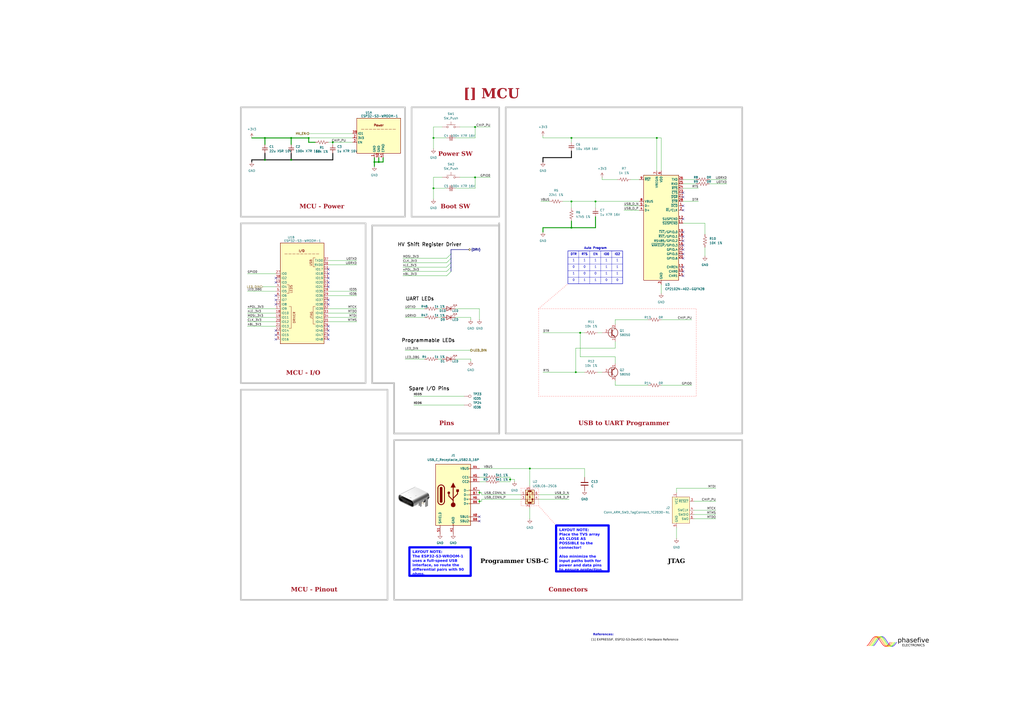
<source format=kicad_sch>
(kicad_sch (version 20231120) (generator "eeschema") (generator_version "8.0")
  (paper "A2")
  (title_block (title "MCU") (date "2025-02-15") (rev "${REVISION}") (company "${COMPANY}"))
  (bus_alias "DRV" (members "MOSI_3V3" "CLK_3V3" "nLE_3V3" "nPOL_3V3" "nBL_3V3"))
  (bus_alias "JTAG" (members "MOSI_3V3" "CLK_3V3" "nLE_3V3" "nPOL_3V3" "nBL_3V3"))
  (junction (at 251.46 109.22))
  (junction (at 153.67 80.01))
  (junction (at 331.47 80.01))
  (junction (at 251.46 80.01))
  (junction (at 331.47 132.08))
  (junction (at 278.13 290.83))
  (junction (at 345.44 116.84))
  (junction (at 219.71 93.98))
  (junction (at 295.91 278.13))
  (junction (at 336.55 193.04))
  (junction (at 168.91 92.71))
  (junction (at 275.59 102.87))
  (junction (at 334.01 215.9))
  (junction (at 275.59 73.66))
  (junction (at 278.13 285.75))
  (junction (at 168.91 80.01))
  (junction (at 331.47 116.84))
  (junction (at 193.04 82.55))
  (junction (at 153.67 92.71))
  (junction (at 307.34 271.78))
  (junction (at 217.17 93.98))
  (junction (at 179.07 80.01))
  (junction (at 381 80.01))
  (no_connect (at 160.02 171.45))
  (no_connect (at 396.24 147.32))
  (no_connect (at 396.24 111.76))
  (no_connect (at 278.13 302.26))
  (no_connect (at 190.5 161.29))
  (no_connect (at 160.02 196.85))
  (no_connect (at 396.24 127))
  (no_connect (at 396.24 119.38))
  (no_connect (at 160.02 191.77))
  (no_connect (at 160.02 161.29))
  (no_connect (at 278.13 299.72))
  (no_connect (at 160.02 163.83))
  (no_connect (at 396.24 149.86))
  (no_connect (at 190.5 189.23))
  (no_connect (at 190.5 176.53))
  (no_connect (at 396.24 139.7))
  (no_connect (at 190.5 196.85))
  (no_connect (at 190.5 158.75))
  (no_connect (at 190.5 156.21))
  (no_connect (at 396.24 137.16))
  (no_connect (at 160.02 173.99))
  (no_connect (at 160.02 176.53))
  (no_connect (at 396.24 134.62))
  (no_connect (at 396.24 160.02))
  (no_connect (at 190.5 163.83))
  (no_connect (at 396.24 142.24))
  (no_connect (at 396.24 154.94))
  (no_connect (at 190.5 191.77))
  (no_connect (at 190.5 194.31))
  (no_connect (at 160.02 194.31))
  (no_connect (at 396.24 114.3))
  (no_connect (at 396.24 121.92))
  (no_connect (at 396.24 144.78))
  (no_connect (at 190.5 173.99))
  (no_connect (at 190.5 166.37))
  (no_connect (at 396.24 157.48))
  (bus_entry (at 261.62 157.48) (size -2.54 2.54))
  (bus_entry (at 261.62 152.4) (size -2.54 2.54))
  (bus_entry (at 261.62 154.94) (size -2.54 2.54))
  (bus_entry (at 261.62 147.32) (size -2.54 2.54))
  (bus_entry (at 261.62 149.86) (size -2.54 2.54))
  (wire (pts (xy 193.04 88.9) (xy 193.04 92.71)) (stroke (width 0.508) (color 0 0 0 1)))
  (wire (pts (xy 356.87 198.12) (xy 356.87 201.93)))
  (polyline (pts (xy 215.9 130.81) (xy 215.9 222.25)) (stroke (width 1.016) (color 194 194 194 1)))
  (wire (pts (xy 331.47 80.01) (xy 331.47 82.55)))
  (wire (pts (xy 314.96 132.08) (xy 331.47 132.08)) (stroke (width 0.508)))
  (wire (pts (xy 331.47 80.01) (xy 381 80.01)))
  (wire (pts (xy 266.7 73.66) (xy 275.59 73.66)))
  (wire (pts (xy 179.07 82.55) (xy 182.88 82.55)) (stroke (width 0.508)))
  (wire (pts (xy 190.5 153.67) (xy 207.01 153.67)))
  (wire (pts (xy 346.71 215.9) (xy 349.25 215.9)))
  (wire (pts (xy 273.05 185.42) (xy 273.05 184.15)))
  (wire (pts (xy 295.91 276.86) (xy 295.91 278.13)))
  (wire (pts (xy 314.96 80.01) (xy 331.47 80.01)))
  (wire (pts (xy 408.94 129.54) (xy 408.94 135.89)))
  (wire (pts (xy 193.04 82.55) (xy 204.47 82.55)))
  (wire (pts (xy 408.94 143.51) (xy 408.94 148.59)))
  (wire (pts (xy 234.95 184.15) (xy 246.38 184.15)))
  (wire (pts (xy 396.24 104.14) (xy 403.86 104.14)))
  (wire (pts (xy 273.05 209.55) (xy 273.05 208.28)))
  (wire (pts (xy 356.87 185.42) (xy 375.92 185.42)))
  (wire (pts (xy 396.24 109.22) (xy 405.13 109.22)))
  (wire (pts (xy 240.03 234.95) (xy 269.24 234.95)))
  (wire (pts (xy 336.55 193.04) (xy 336.55 207.01)))
  (wire (pts (xy 345.44 116.84) (xy 345.44 120.65)))
  (wire (pts (xy 246.38 208.28) (xy 234.95 208.28)))
  (wire (pts (xy 383.54 80.01) (xy 383.54 99.06)))
  (wire (pts (xy 278.13 285.75) (xy 278.13 287.02)))
  (wire (pts (xy 259.08 80.01) (xy 251.46 80.01)))
  (wire (pts (xy 331.47 116.84) (xy 331.47 120.65)))
  (wire (pts (xy 219.71 93.98) (xy 222.25 93.98)) (stroke (width 0.508)))
  (bus (pts (xy 261.62 144.78) (xy 271.78 144.78)))
  (wire (pts (xy 234.95 179.07) (xy 246.38 179.07)))
  (wire (pts (xy 190.5 82.55) (xy 193.04 82.55)))
  (wire (pts (xy 345.44 132.08) (xy 345.44 125.73)) (stroke (width 0.508)))
  (wire (pts (xy 411.48 106.68) (xy 421.64 106.68)))
  (wire (pts (xy 396.24 116.84) (xy 405.13 116.84)))
  (wire (pts (xy 331.47 91.44) (xy 331.47 87.63)) (stroke (width 0.508) (color 0 0 0 1)))
  (polyline (pts (xy 342.138 145.542) (xy 342.138 164.592)))
  (wire (pts (xy 314.96 193.04) (xy 336.55 193.04)))
  (wire (pts (xy 254 184.15) (xy 256.54 184.15)))
  (wire (pts (xy 314.96 91.44) (xy 331.47 91.44)) (stroke (width 0.508) (color 0 0 0 1)))
  (wire (pts (xy 278.13 289.56) (xy 278.13 290.83)))
  (wire (pts (xy 264.16 80.01) (xy 275.59 80.01)))
  (wire (pts (xy 279.4 289.56) (xy 279.4 290.83)))
  (wire (pts (xy 168.91 92.71) (xy 193.04 92.71)) (stroke (width 0.508) (color 0 0 0 1)))
  (bus (pts (xy 261.62 144.78) (xy 261.62 147.32)))
  (bus (pts (xy 261.62 154.94) (xy 261.62 157.48)))
  (wire (pts (xy 314.96 78.74) (xy 314.96 80.01)))
  (wire (pts (xy 251.46 80.01) (xy 251.46 86.36)))
  (wire (pts (xy 349.25 102.87) (xy 349.25 104.14)))
  (wire (pts (xy 336.55 193.04) (xy 339.09 193.04)))
  (wire (pts (xy 279.4 287.02) (xy 279.4 285.75)))
  (wire (pts (xy 279.4 289.56) (xy 302.26 289.56)))
  (wire (pts (xy 254 179.07) (xy 256.54 179.07)))
  (wire (pts (xy 289.56 276.86) (xy 295.91 276.86)))
  (wire (pts (xy 331.47 116.84) (xy 345.44 116.84)))
  (wire (pts (xy 143.51 186.69) (xy 160.02 186.69)))
  (wire (pts (xy 312.42 289.56) (xy 330.2 289.56)))
  (wire (pts (xy 179.07 80.01) (xy 204.47 80.01)))
  (wire (pts (xy 307.34 271.78) (xy 307.34 281.94)))
  (wire (pts (xy 222.25 93.98) (xy 222.25 91.44)) (stroke (width 0.508)))
  (wire (pts (xy 259.08 109.22) (xy 251.46 109.22)))
  (wire (pts (xy 396.24 106.68) (xy 403.86 106.68)))
  (wire (pts (xy 383.54 165.1) (xy 383.54 170.18)))
  (wire (pts (xy 234.95 203.2) (xy 273.05 203.2)))
  (wire (pts (xy 273.05 208.28) (xy 264.16 208.28)))
  (polyline (pts (xy 329.438 153.162) (xy 361.188 153.162)))
  (wire (pts (xy 307.34 294.64) (xy 307.34 300.99)))
  (wire (pts (xy 143.51 179.07) (xy 160.02 179.07)))
  (wire (pts (xy 233.68 152.4) (xy 259.08 152.4)))
  (wire (pts (xy 278.13 285.75) (xy 279.4 285.75)))
  (wire (pts (xy 356.87 207.01) (xy 356.87 210.82)))
  (wire (pts (xy 233.68 160.02) (xy 259.08 160.02)))
  (wire (pts (xy 279.4 287.02) (xy 302.26 287.02)))
  (polyline (pts (xy 329.438 149.352) (xy 361.188 149.352)))
  (wire (pts (xy 356.87 187.96) (xy 356.87 185.42)))
  (wire (pts (xy 190.5 186.69) (xy 207.01 186.69)))
  (polyline (pts (xy 348.488 145.542) (xy 348.488 164.592)))
  (polyline (pts (xy 329.438 160.782) (xy 361.188 160.782)))
  (wire (pts (xy 392.43 306.07) (xy 392.43 312.42)))
  (wire (pts (xy 168.91 80.01) (xy 179.07 80.01)) (stroke (width 0.508)))
  (wire (pts (xy 143.51 184.15) (xy 160.02 184.15)))
  (wire (pts (xy 346.71 193.04) (xy 349.25 193.04)))
  (wire (pts (xy 278.13 185.42) (xy 278.13 179.07)))
  (wire (pts (xy 402.59 298.45) (xy 415.29 298.45)))
  (polyline (pts (xy 228.6 222.25) (xy 228.6 251.46)) (stroke (width 1.016) (color 194 194 194 1)))
  (wire (pts (xy 275.59 73.66) (xy 284.48 73.66)))
  (wire (pts (xy 345.44 116.84) (xy 370.84 116.84)))
  (wire (pts (xy 314.96 91.44) (xy 314.96 93.98)) (stroke (width 0.508) (color 0 0 0 1)))
  (wire (pts (xy 381 80.01) (xy 383.54 80.01)))
  (wire (pts (xy 190.5 171.45) (xy 207.01 171.45)))
  (wire (pts (xy 402.59 300.99) (xy 415.29 300.99)))
  (wire (pts (xy 334.01 215.9) (xy 339.09 215.9)))
  (wire (pts (xy 278.13 276.86) (xy 281.94 276.86)))
  (wire (pts (xy 143.51 158.75) (xy 160.02 158.75)))
  (wire (pts (xy 336.55 207.01) (xy 356.87 207.01)))
  (wire (pts (xy 190.5 151.13) (xy 207.01 151.13)))
  (wire (pts (xy 298.45 278.13) (xy 298.45 279.4)))
  (polyline (pts (xy 215.9 222.25) (xy 228.6 222.25)) (stroke (width 1.016) (color 194 194 194 1)))
  (wire (pts (xy 402.59 290.83) (xy 415.29 290.83)))
  (wire (pts (xy 168.91 88.9) (xy 168.91 92.71)) (stroke (width 0.508) (color 0 0 0 1)))
  (wire (pts (xy 217.17 93.98) (xy 217.17 96.52)) (stroke (width 0.508)))
  (wire (pts (xy 273.05 184.15) (xy 264.16 184.15)))
  (wire (pts (xy 251.46 80.01) (xy 251.46 73.66)))
  (wire (pts (xy 168.91 80.01) (xy 153.67 80.01)) (stroke (width 0.508)))
  (wire (pts (xy 312.42 287.02) (xy 330.2 287.02)))
  (wire (pts (xy 361.95 121.92) (xy 370.84 121.92)))
  (wire (pts (xy 152.4 166.37) (xy 160.02 166.37)))
  (wire (pts (xy 146.05 92.71) (xy 153.67 92.71)) (stroke (width 0.508) (color 0 0 0 1)))
  (wire (pts (xy 383.54 185.42) (xy 401.32 185.42)))
  (polyline (pts (xy 354.838 145.542) (xy 354.838 164.592)))
  (wire (pts (xy 365.76 104.14) (xy 370.84 104.14)))
  (wire (pts (xy 251.46 102.87) (xy 256.54 102.87)))
  (wire (pts (xy 339.09 271.78) (xy 339.09 276.86)))
  (polyline (pts (xy 289.56 130.81) (xy 215.9 130.81)) (stroke (width 1.016) (color 194 194 194 1)))
  (bus (pts (xy 261.62 149.86) (xy 261.62 147.32)))
  (wire (pts (xy 289.56 279.4) (xy 295.91 279.4)))
  (wire (pts (xy 396.24 129.54) (xy 408.94 129.54)))
  (wire (pts (xy 278.13 284.48) (xy 278.13 285.75)))
  (wire (pts (xy 402.59 295.91) (xy 415.29 295.91)))
  (wire (pts (xy 251.46 73.66) (xy 256.54 73.66)))
  (wire (pts (xy 411.48 104.14) (xy 421.64 104.14)))
  (wire (pts (xy 146.05 80.01) (xy 153.67 80.01)) (stroke (width 0.508)))
  (wire (pts (xy 233.68 154.94) (xy 259.08 154.94)))
  (wire (pts (xy 278.13 279.4) (xy 281.94 279.4)))
  (wire (pts (xy 356.87 201.93) (xy 334.01 201.93)))
  (wire (pts (xy 251.46 109.22) (xy 251.46 115.57)))
  (wire (pts (xy 349.25 104.14) (xy 358.14 104.14)))
  (wire (pts (xy 190.5 181.61) (xy 207.01 181.61)))
  (wire (pts (xy 361.95 119.38) (xy 370.84 119.38)))
  (wire (pts (xy 356.87 223.52) (xy 375.92 223.52)))
  (wire (pts (xy 307.34 271.78) (xy 339.09 271.78)))
  (polyline (pts (xy 289.56 129.54) (xy 289.56 251.46)) (stroke (width 1.016) (color 194 194 194 1)))
  (wire (pts (xy 168.91 83.82) (xy 168.91 80.01)) (stroke (width 0.508)))
  (wire (pts (xy 193.04 83.82) (xy 193.04 82.55)))
  (wire (pts (xy 254 208.28) (xy 256.54 208.28)))
  (wire (pts (xy 314.96 215.9) (xy 334.01 215.9)))
  (wire (pts (xy 143.51 189.23) (xy 160.02 189.23)))
  (wire (pts (xy 266.7 102.87) (xy 275.59 102.87)))
  (wire (pts (xy 314.96 132.08) (xy 314.96 134.62)) (stroke (width 0.508)))
  (wire (pts (xy 190.5 168.91) (xy 207.01 168.91)))
  (polyline (pts (xy 289.56 129.54) (xy 289.56 251.46)) (stroke (width 1.016) (color 194 194 194 1)))
  (wire (pts (xy 278.13 290.83) (xy 279.4 290.83)))
  (wire (pts (xy 275.59 102.87) (xy 284.48 102.87)))
  (wire (pts (xy 381 80.01) (xy 381 99.06)))
  (bus (pts (xy 261.62 152.4) (xy 261.62 154.94)))
  (wire (pts (xy 334.01 201.93) (xy 334.01 215.9)))
  (polyline (pts (xy 329.438 156.972) (xy 361.188 156.972)))
  (wire (pts (xy 143.51 168.91) (xy 160.02 168.91)))
  (wire (pts (xy 240.03 229.87) (xy 269.24 229.87)))
  (wire (pts (xy 295.91 278.13) (xy 295.91 279.4)))
  (wire (pts (xy 143.51 181.61) (xy 160.02 181.61)))
  (wire (pts (xy 295.91 278.13) (xy 298.45 278.13)))
  (wire (pts (xy 219.71 91.44) (xy 219.71 93.98)) (stroke (width 0.508)))
  (wire (pts (xy 275.59 109.22) (xy 275.59 102.87)))
  (wire (pts (xy 264.16 109.22) (xy 275.59 109.22)))
  (wire (pts (xy 275.59 80.01) (xy 275.59 73.66)))
  (wire (pts (xy 392.43 283.21) (xy 415.29 283.21)))
  (wire (pts (xy 233.68 157.48) (xy 259.08 157.48)))
  (wire (pts (xy 153.67 80.01) (xy 153.67 83.82)) (stroke (width 0.508)))
  (wire (pts (xy 331.47 128.27) (xy 331.47 132.08)) (stroke (width 0.508)))
  (wire (pts (xy 233.68 149.86) (xy 259.08 149.86)))
  (wire (pts (xy 179.07 77.47) (xy 204.47 77.47)))
  (wire (pts (xy 190.5 179.07) (xy 207.01 179.07)))
  (wire (pts (xy 356.87 223.52) (xy 356.87 220.98)))
  (wire (pts (xy 179.07 82.55) (xy 179.07 80.01)) (stroke (width 0.508)))
  (polyline (pts (xy 312.42 293.37) (xy 322.58 304.8)) (stroke (width 0.254) (type dot) (color 255 0 0 1)))
  (wire (pts (xy 278.13 290.83) (xy 278.13 292.1)))
  (wire (pts (xy 153.67 92.71) (xy 168.91 92.71)) (stroke (width 0.508) (color 0 0 0 1)))
  (polyline (pts (xy 335.788 145.542) (xy 335.788 164.592)))
  (wire (pts (xy 318.77 116.84) (xy 313.69 116.84)))
  (wire (pts (xy 331.47 132.08) (xy 345.44 132.08)) (stroke (width 0.508)))
  (wire (pts (xy 278.13 179.07) (xy 264.16 179.07)))
  (wire (pts (xy 392.43 283.21) (xy 392.43 285.75)))
  (wire (pts (xy 190.5 184.15) (xy 207.01 184.15)))
  (wire (pts (xy 326.39 116.84) (xy 331.47 116.84)))
  (wire (pts (xy 251.46 109.22) (xy 251.46 102.87)))
  (wire (pts (xy 217.17 93.98) (xy 219.71 93.98)) (stroke (width 0.508)))
  (bus (pts (xy 261.62 149.86) (xy 261.62 152.4)))
  (wire (pts (xy 146.05 92.71) (xy 146.05 93.98)) (stroke (width 0.508) (color 0 0 0 1)))
  (wire (pts (xy 153.67 88.9) (xy 153.67 92.71)) (stroke (width 0.508) (color 0 0 0 1)))
  (polyline (pts (xy 328.93 165.1) (xy 312.42 179.07)) (stroke (width 0.254) (type dot) (color 255 0 0 1)))
  (wire (pts (xy 383.54 223.52) (xy 401.32 223.52)))
  (wire (pts (xy 278.13 271.78) (xy 307.34 271.78)))
  (wire (pts (xy 217.17 91.44) (xy 217.17 93.98)) (stroke (width 0.508)))
  (polyline (pts (xy 228.6 251.46) (xy 289.56 251.46)) (stroke (width 1.016) (color 194 194 194 1)))
  (rectangle (start 228.6 255.27) (end 430.53 347.98) (stroke (width 1.016) (color 200 200 200 1)))
  (rectangle (start 238.76 62.23) (end 289.56 125.73) (stroke (width 1.016) (color 200 200 200 1)))
  (rectangle (start 302.26 283.21) (end 312.42 293.37) (stroke (width 0.254) (type dot) (color 255 0 0 1)))
  (rectangle (start 139.7 62.23) (end 234.95 125.73) (stroke (width 1.016) (color 200 200 200 1)))
  (rectangle (start 139.7 129.54) (end 212.09 222.25) (stroke (width 1.016) (color 200 200 200 1)))
  (rectangle (start 312.42 179.07) (end 403.86 229.87) (stroke (width 0.254) (type dot) (color 255 0 0 1)))
  (rectangle (start 139.7 226.06) (end 224.79 347.98) (stroke (width 1.016) (color 200 200 200 1)))
  (rectangle (start 329.438 145.542) (end 361.188 164.592) (stroke (width 0.254)))
  (rectangle (start 293.37 62.23) (end 430.53 251.46) (stroke (width 1.016) (color 200 200 200 1)))
  (image (at 240.03 288.29) (scale 0.0299035))
  (image (at 519.43 372.11) (scale 0.0525922))
  (text_box "USB to UART Programmer" (at 293.37 241.3 0) (size 137.16 7.62) (stroke (width -0.0001)) (effects (font (size 2.54 2.54) (thickness 0.508) (bold yes)) (justify bottom)))
  (text_box "LAYOUT NOTE:\nThe ESP32-S3-WROOM-1 uses a full-speed USB interface, so route the differential pairs with 90 ohms.\n" (at 237.49 317.5 0) (size 35.56 16.51) (stroke (width 1.27) (color 0 0 255 1)) (effects (font (size 1.524 1.524) (thickness 0.4) (bold yes)) (justify left top)))
  (text_box "MCU - I/O" (at 139.7 212.09 0) (size 72.39 7.62) (stroke (width -0.0001)) (effects (font (size 2.54 2.54) (thickness 0.508) (bold yes)) (justify bottom)))
  (text_box "LAYOUT NOTE:\nPlace the TVS array AS CLOSE AS POSSIBLE to the connector! \n\nAlso minimize the input paths both for power and data pins to ensure protection." (at 322.58 304.8 0) (size 30.48 26.67) (stroke (width 1.27) (color 0 0 255 1)) (effects (font (size 1.524 1.524) (thickness 0.4) (bold yes)) (justify left top)))
  (text_box "[${#}] ${TITLE}" (at 139.7 50.8 0) (size 290.83 11.43) (stroke (width -0.0001)) (effects (font (size 5.715 5.715) (thickness 0.508) (bold yes)) (justify bottom)))
  (text_box "Boot SW\n" (at 238.76 115.57 0) (size 50.8 7.62) (stroke (width -0.0001)) (effects (font (size 2.54 2.54) (thickness 0.508) (bold yes)) (justify bottom)))
  (text_box "Pins" (at 228.6 241.3 0) (size 60.96 7.62) (stroke (width -0.0001)) (effects (font (size 2.54 2.54) (thickness 0.508) (bold yes)) (justify bottom)))
  (text_box "Power SW" (at 238.76 85.09 0) (size 50.8 7.62) (stroke (width -0.0001)) (effects (font (size 2.54 2.54) (thickness 0.508) (bold yes)) (justify bottom)))
  (text_box "MCU - Power" (at 139.7 115.57 0) (size 93.98 7.62) (stroke (width -0.0001)) (effects (font (size 2.54 2.54) (thickness 0.508) (bold yes)) (justify bottom)))
  (text_box "MCU - Pinout" (at 139.7 337.82 0) (size 85.09 7.62) (stroke (width -0.0001)) (effects (font (size 2.54 2.54) (thickness 0.508) (bold yes)) (justify bottom)))
  (text_box "Programmer USB-C " (at 236.22 321.31 0) (size 124.46 7.62) (stroke (width -0.0001)) (effects (font (size 2.54 2.54) (thickness 0.508) (bold yes)) (justify bottom)))
  (text_box "Connectors" (at 228.6 337.82 0) (size 201.93 7.62) (stroke (width -0.0001)) (effects (font (size 2.54 2.54) (thickness 0.508) (bold yes)) (justify bottom)))
  (text_box "JTAG" (at 370.84 321.31 0) (size 43.18 7.62) (stroke (width -0.0001)) (effects (font (size 2.54 2.54) (thickness 0.508) (bold yes)) (justify bottom)))
  (text "UART LEDs" (at 243.586 173.482 0) (effects (font (size 2.032 2.032) (thickness 0.3048) (bold yes))))
  (text "1" (at 332.74 151.13 0) (effects (font (size 1.27 1.27))))
  (text "1" (at 339.09 162.56 0) (effects (font (size 1.27 1.27))))
  (text "RTS" (at 339.09 147.574 0) (effects (font (size 1.27 1.27) (thickness 0.254) (bold yes))))
  (text "References:" (at 350.012 368.554 0) (effects (font (size 1.27 1.27) (thickness 0.254) (bold yes))))
  (text "1" (at 358.14 151.13 0) (effects (font (size 1.27 1.27))))
  (text "1" (at 351.79 151.13 0) (effects (font (size 1.27 1.27))))
  (text "[1] EXPRESSIF, ESP32-S3-DevKitC-1 Hardware Reference" (at 368.3 371.602 0) (effects (font (size 1.27 1.27))))
  (text "1" (at 351.79 158.75 0) (effects (font (size 1.27 1.27))))
  (text "0" (at 332.74 162.56 0) (effects (font (size 1.27 1.27))))
  (text "0" (at 345.44 158.75 0) (effects (font (size 1.27 1.27))))
  (text "1" (at 358.14 154.94 0) (effects (font (size 1.27 1.27))))
  (text "IO0" (at 351.79 147.574 0) (effects (font (size 1.27 1.27) (thickness 0.254) (bold yes))))
  (text "1" (at 332.74 158.75 0) (effects (font (size 1.27 1.27))))
  (text "0" (at 358.14 162.56 0) (effects (font (size 1.27 1.27))))
  (text "1" (at 345.44 154.94 0) (effects (font (size 1.27 1.27))))
  (text "Auto Program" (at 345.44 144.018 0) (effects (font (size 1.27 1.27) (thickness 0.254) (bold yes))))
  (text "0" (at 339.09 154.94 0) (effects (font (size 1.27 1.27))))
  (text "1" (at 351.79 154.94 0) (effects (font (size 1.27 1.27))))
  (text "HV Shift Register Driver" (at 249.174 141.986 0) (effects (font (size 2.032 2.032) (thickness 0.3048) (bold yes))))
  (text "DTR" (at 332.74 147.574 0) (effects (font (size 1.27 1.27) (thickness 0.254) (bold yes))))
  (text "1" (at 345.44 151.13 0) (effects (font (size 1.27 1.27))))
  (text "1" (at 358.14 158.75 0) (effects (font (size 1.27 1.27))))
  (text "Spare I/O Pins" (at 248.92 225.552 0) (effects (font (size 2.032 2.032) (thickness 0.3048) (bold yes))))
  (text "1" (at 345.44 162.56 0) (effects (font (size 1.27 1.27))))
  (text "0" (at 351.79 162.56 0) (effects (font (size 1.27 1.27))))
  (text "Programmable LEDs" (at 248.412 197.612 0) (effects (font (size 2.032 2.032) (thickness 0.3048) (bold yes))))
  (text "IO2\n" (at 358.14 147.574 0) (effects (font (size 1.27 1.27) (thickness 0.254) (bold yes))))
  (text "EN" (at 345.44 147.574 0) (effects (font (size 1.27 1.27) (thickness 0.254) (bold yes))))
  (text "0" (at 332.74 154.94 0) (effects (font (size 1.27 1.27))))
  (text "1" (at 339.09 151.13 0) (effects (font (size 1.27 1.27))))
  (text "0" (at 339.09 158.75 0) (effects (font (size 1.27 1.27))))
  (label "IO35" (at 207.01 168.91 180))
  (label "USB_CONN_N" (at 293.37 287.02 180))
  (label "MOSI_3V3" (at 233.68 149.86 0))
  (label "IO36" (at 240.03 234.95 0) (effects (font (thickness 0.254) (bold yes))))
  (label "MTCK" (at 415.29 295.91 180))
  (label "IO35" (at 240.03 229.87 0) (effects (font (thickness 0.254) (bold yes))))
  (label "nLE_3V3" (at 143.51 181.61 0))
  (label "nPOL_3V3" (at 143.51 179.07 0))
  (label "nLE_3V3" (at 233.68 154.94 0))
  (label "USB_D_N" (at 330.2 287.02 180))
  (label "LED_DBG" (at 143.51 168.91 0))
  (label "MTMS" (at 415.29 298.45 180))
  (label "U0RXD" (at 234.95 184.15 0))
  (label "MTMS" (at 207.01 186.69 180))
  (label "MTDI" (at 415.29 283.21 180))
  (label "nBL_3V3" (at 143.51 189.23 0))
  (label "U0TXD" (at 421.64 106.68 180))
  (label "U0RXD" (at 421.64 104.14 180))
  (label "U0TXD" (at 234.95 179.07 0))
  (label "CHIP_PU" (at 200.66 82.55 180))
  (label "nBL_3V3" (at 233.68 160.02 0))
  (label "LED_DIN" (at 234.95 203.2 0))
  (label "CHIP_PU" (at 401.32 185.42 180))
  (label "LED_DBG" (at 234.95 208.28 0))
  (label "nPOL_3V3" (at 233.68 157.48 0))
  (label "RTS" (at 405.13 109.22 180))
  (label "USB_D_N" (at 361.95 119.38 0))
  (label "DTR" (at 405.13 116.84 180))
  (label "VBUS" (at 313.69 116.84 0))
  (label "CHIP_PU" (at 284.48 73.66 180))
  (label "CLK_3V3" (at 143.51 186.69 0))
  (label "MTDO" (at 415.29 300.99 180))
  (label "DTR" (at 314.96 193.04 0))
  (label "VBUS" (at 280.67 271.78 0))
  (label "RTS" (at 314.96 215.9 0))
  (label "USB_D_P" (at 361.95 121.92 0))
  (label "U0TXD" (at 207.01 151.13 180))
  (label "U0RXD" (at 207.01 153.67 180))
  (label "MTDI" (at 207.01 184.15 180))
  (label "CLK_3V3" (at 233.68 152.4 0))
  (label "GPIO0" (at 401.32 223.52 180))
  (label "CHIP_PU" (at 415.29 290.83 180))
  (label "USB_D_P" (at 330.2 289.56 180))
  (label "MTDO" (at 207.01 181.61 180))
  (label "MOSI_3V3" (at 143.51 184.15 0))
  (label "GPIO0" (at 143.51 158.75 0))
  (label "GPIO0" (at 284.48 102.87 180))
  (label "MTCK" (at 207.01 179.07 180))
  (label "USB_CONN_P" (at 293.37 289.56 180))
  (label "IO36" (at 207.01 171.45 180))
  (hierarchical_label "LED_DIN" (shape input) (at 152.4 166.37 180))
  (hierarchical_label "{DRV}" (shape bidirectional) (at 271.78 144.78 0) (effects (font (thickness 0.254) (bold yes))))
  (hierarchical_label "LED_DIN" (shape output) (at 273.05 203.2 0) (effects (font (thickness 0.254) (bold yes))))
  (hierarchical_label "HV_EN" (shape output) (at 179.07 77.47 180) (effects (font (thickness 0.254) (bold yes))))
  (symbol (lib_id "power:GND") (at 339.09 284.48 0) (unit 1)
    (property "Reference" "#PWR31" (effects (hide yes)))
    (property "Value" "GND" (at 339.09 289.56 0))
    (property "Description" "Power symbol creates a global label with name \"GND\" , ground" (effects (hide yes)))
  )
  (symbol (lib_id "Device:R_US") (at 407.67 106.68 90) (unit 1)
    (property "Reference" "R9" (at 403.606 105.41 90))
    (property "Value" "0R" (at 411.226 105.41 90))
    (property "Footprint" "Resistor_SMD:R_0402_1005Metric_Pad0.72x0.64mm_HandSolder" (effects (hide yes)))
    (property "Datasheet" "https://www.yageo.com/upload/media/product/products/datasheet/rchip/PYu-RC_Group_51_RoHS_L_12.pdf" (effects (hide yes)))
    (property "Description" "RES 0 OHM JUMPER 1/16W 0402" (effects (hide yes)))
    (property "Part No." "RC0402JR-070RL" (effects (hide yes)))
    (instances (project "" (path "" (reference "R9") (unit 1))) (project "Nixie_Clock_V1" (path "" (reference "R?") (unit 1))))
  )
  (symbol (lib_id "Device:C_Small") (at 168.91 86.36 0) (unit 1)
    (property "Reference" "C2" (at 171.45 85.0963 0) (effects (justify left)))
    (property "Value" "100n X7R 16V" (at 171.45 87.6363 0) (effects (justify left)))
    (property "Footprint" "Capacitor_SMD:C_0805_2012Metric_Pad1.18x1.45mm_HandSolder" (effects (hide yes)))
    (property "Datasheet" "https://www.yageo.com/upload/media/product/productsearch/datasheet/mlcc/UPY-GPHC_X7R_6.3V-to-250V_24.pdf" (effects (hide yes)))
    (property "Description" "CAP CER 0.1UF 16V X7R 0805" (effects (hide yes)))
    (property "Part No." "CC0805KRX7R7BB104" (effects (hide yes)))
    (instances (project "" (path "" (reference "C2") (unit 1))) (project "Nixie_Clock_V1" (path "" (reference "C?") (unit 1))))
  )
  (symbol (lib_id "Device:C_Small") (at 261.62 109.22 90) (unit 1)
    (property "Reference" "C5" (at 258.826 107.95 90))
    (property "Value" "100n X7R 16V" (at 268.478 107.95 90))
    (property "Footprint" "Capacitor_SMD:C_0805_2012Metric_Pad1.18x1.45mm_HandSolder" (effects (hide yes)))
    (property "Datasheet" "https://www.yageo.com/upload/media/product/productsearch/datasheet/mlcc/UPY-GPHC_X7R_6.3V-to-250V_24.pdf" (effects (hide yes)))
    (property "Description" "CAP CER 0.1UF 16V X7R 0805" (effects (hide yes)))
    (property "Part No." "CC0805KRX7R7BB104" (effects (hide yes)))
    (instances (project "" (path "" (reference "C5") (unit 1))) (project "Nixie_Clock_V1" (path "" (reference "C?") (unit 1))))
  )
  (symbol (lib_id "power:GND") (at 262.89 309.88 0) (unit 1)
    (property "Reference" "#PWR8" (effects (hide yes)))
    (property "Value" "GND" (at 262.89 314.96 0))
    (property "Description" "Power symbol creates a global label with name \"GND\" , ground" (effects (hide yes)))
    (instances (project "" (path "" (reference "#PWR8") (unit 1))) (project "Nixie_Clock_V1" (path "" (reference "#PWR?") (unit 1))))
  )
  (symbol (lib_id "Connector:TestPoint") (at 269.24 229.87 270) (unit 1)
    (property "Reference" "TP23" (at 274.32 228.6 90) (effects (font (thickness 0.254) (bold yes)) (justify left)))
    (property "Value" "IO35" (at 274.32 231.14 90) (effects (font (thickness 0.254) (bold yes)) (justify left)))
    (property "Footprint" "TestPoint:TestPoint_Pad_D1.0mm" (effects (hide yes)))
    (property "Description" "test point" (effects (hide yes)))
  )
  (symbol (lib_id "Device:R_US") (at 331.47 124.46 180) (unit 1)
    (property "Reference" "R6" (at 334.01 123.19 0) (effects (justify right)))
    (property "Value" "47k5 1%" (at 334.01 125.73 0) (effects (justify right)))
    (property "Footprint" "Resistor_SMD:R_0402_1005Metric_Pad0.72x0.64mm_HandSolder" (effects (hide yes)))
    (property "Datasheet" "https://www.yageo.com/upload/media/product/productsearch/datasheet/rchip/PYu-AC_51_RoHS_L_10.pdf" (effects (hide yes)))
    (property "Description" "RES SMD 47.5K OHM 1% 1/16W 0402" (effects (hide yes)))
    (property "Part No." "AC0402FR-0747K5L" (effects (hide yes)))
    (instances (project "" (path "" (reference "R6") (unit 1))) (project "Nixie_Clock_V1" (path "" (reference "R?") (unit 1))))
  )
  (symbol (lib_id "power:GND") (at 255.27 309.88 0) (unit 1)
    (property "Reference" "#PWR7" (effects (hide yes)))
    (property "Value" "GND" (at 255.27 314.96 0))
    (property "Description" "Power symbol creates a global label with name \"GND\" , ground" (effects (hide yes)))
    (instances (project "" (path "" (reference "#PWR7") (unit 1))) (project "Nixie_Clock_V1" (path "" (reference "#PWR?") (unit 1))))
  )
  (symbol (lib_id "Device:C") (at 339.09 280.67 0) (unit 1)
    (property "Reference" "C13" (at 342.9 279.4 0) (effects (justify left)))
    (property "Value" "C" (at 342.9 281.94 0) (effects (justify left)))
    (property "Description" "Unpolarized capacitor" (effects (hide yes)))
  )
  (symbol (lib_id "Device:R_US") (at 342.9 215.9 90) (unit 1)
    (property "Reference" "R12" (at 342.9 209.55 90))
    (property "Value" "10k 1%" (at 342.9 212.09 90))
    (property "Footprint" "Resistor_SMD:R_0402_1005Metric_Pad0.72x0.64mm_HandSolder" (effects (hide yes)))
    (property "Datasheet" "https://www.yageo.com/upload/media/product/productsearch/datasheet/rchip/PYu-AC_51_RoHS_L_10.pdf" (effects (hide yes)))
    (property "Description" "RES SMD 107K OHM 1% 1/16W 0402" (effects (hide yes)))
    (property "Part No." "AC0402FR-07107KL" (effects (hide yes)))
    (instances (project "" (path "" (reference "R12") (unit 1))) (project "Nixie_Clock_V1" (path "" (reference "R?") (unit 1))))
  )
  (symbol (lib_id "Device:R_US") (at 379.73 223.52 90) (unit 1)
    (property "Reference" "R14" (at 375.666 222.25 90))
    (property "Value" "0R" (at 383.286 222.25 90))
    (property "Footprint" "Resistor_SMD:R_0402_1005Metric_Pad0.72x0.64mm_HandSolder" (effects (hide yes)))
    (property "Datasheet" "https://www.yageo.com/upload/media/product/products/datasheet/rchip/PYu-RC_Group_51_RoHS_L_12.pdf" (effects (hide yes)))
    (property "Description" "RES 0 OHM JUMPER 1/16W 0402" (effects (hide yes)))
    (property "Part No." "RC0402JR-070RL" (effects (hide yes)))
    (instances (project "" (path "" (reference "R14") (unit 1))) (project "Nixie_Clock_V1" (path "" (reference "R?") (unit 1))))
  )
  (symbol (lib_id "power:GND") (at 307.34 300.99 0) (unit 1)
    (property "Reference" "#PWR10" (effects (hide yes)))
    (property "Value" "GND" (at 307.34 306.07 0))
    (property "Description" "Power symbol creates a global label with name \"GND\" , ground" (effects (hide yes)))
    (instances (project "" (path "" (reference "#PWR10") (unit 1))) (project "Nixie_Clock_V1" (path "" (reference "#PWR?") (unit 1))))
  )
  (symbol (lib_id "Device:C_Small") (at 331.47 85.09 0) (unit 1)
    (property "Reference" "C6" (at 334.01 83.8263 0) (effects (justify left)))
    (property "Value" "10u X5R 16V" (at 334.01 86.3663 0) (effects (justify left)))
    (property "Footprint" "Capacitor_SMD:C_0805_2012Metric_Pad1.18x1.45mm_HandSolder" (effects (hide yes)))
    (property "Datasheet" "https://search.murata.co.jp/Ceramy/image/img/A01X/G101/ENG/GRM21BR61C106KE15-01.pdf" (effects (hide yes)))
    (property "Description" "CAP CER 10UF 16V X5R 0805" (effects (hide yes)))
    (property "Part No." "GRM21BR61C106KE15K" (effects (hide yes)))
    (instances (project "" (path "" (reference "C6") (unit 1))) (project "" (path "" (reference "C?") (unit 1))))
  )
  (symbol (lib_id "Device:R_US") (at 408.94 139.7 0) (unit 1)
    (property "Reference" "R10" (at 411.48 138.43 0) (effects (justify left)))
    (property "Value" "10K 1%" (at 411.48 140.97 0) (effects (justify left)))
    (property "Footprint" "Resistor_SMD:R_0402_1005Metric_Pad0.72x0.64mm_HandSolder" (effects (hide yes)))
    (property "Datasheet" "https://www.yageo.com/upload/media/product/productsearch/datasheet/rchip/PYu-AC_51_RoHS_L_10.pdf" (effects (hide yes)))
    (property "Description" "RES SMD 107K OHM 1% 1/16W 0402" (effects (hide yes)))
    (property "Part No." "AC0402FR-07107KL" (effects (hide yes)))
    (instances (project "" (path "" (reference "R10") (unit 1))) (project "" (path "" (reference "R?") (unit 1))))
  )
  (symbol (lib_id "power:+3V3") (at 349.25 102.87 0) (unit 1)
    (property "Reference" "#PWR20" (effects (hide yes)))
    (property "Value" "+3V3" (at 349.25 97.79 0))
    (property "Description" "Power symbol creates a global label with name \"+3V3\"" (effects (hide yes)))
    (instances (project "" (path "" (reference "#PWR20") (unit 1))) (project "Nixie_Clock_V1" (path "" (reference "#PWR?") (unit 1))))
  )
  (symbol (lib_id "Switch:SW_Push") (at 261.62 73.66 0) (unit 1)
    (property "Reference" "SW1" (at 261.62 66.04 0))
    (property "Value" "SW_Push" (at 261.62 68.58 0))
    (property "Footprint" "Button_Switch_SMD:SW_SPST_TL3342" (effects (hide yes)))
    (property "Datasheet" "https://cdn-shop.adafruit.com/product-files/4184/C13305-001+datasheet.pdf" (effects (hide yes)))
    (property "Description" "Push button switch, generic, two pins" (effects (hide yes)))
    (instances (project "" (path "" (reference "SW1") (unit 1))) (project "Nixie_Clock_V1" (path "" (reference "SW?") (unit 1))))
  )
  (symbol (lib_id "power:GND") (at 383.54 170.18 0) (unit 1)
    (property "Reference" "#PWR21" (effects (hide yes)))
    (property "Value" "GND" (at 383.54 175.26 0))
    (property "Description" "Power symbol creates a global label with name \"GND\" , ground" (effects (hide yes)))
    (instances (project "" (path "" (reference "#PWR21") (unit 1))) (project "Nixie_Clock_V1" (path "" (reference "#PWR?") (unit 1))))
  )
  (symbol (lib_id "Device:R_US") (at 250.19 208.28 90) (unit 1)
    (property "Reference" "R4" (at 246.126 207.01 90))
    (property "Value" "1k 1%" (at 255.016 207.01 90))
    (property "Footprint" "Resistor_SMD:R_0402_1005Metric_Pad0.72x0.64mm_HandSolder" (effects (hide yes)))
    (property "Datasheet" "https://industrial.panasonic.com/cdbs/www-data/pdf/RDA0000/AOA0000C304.pdf" (effects (hide yes)))
    (property "Description" "RES SMD 1K OHM 1% 1/10W 0402" (effects (hide yes)))
    (property "Part No." "ERJ-2RKF1001X" (effects (hide yes)))
    (instances (project "" (path "" (reference "R4") (unit 1))) (project "Nixie_Clock_V1" (path "" (reference "R?") (unit 1))))
  )
  (symbol (lib_id "power:GND") (at 314.96 134.62 0) (unit 1)
    (property "Reference" "#PWR17" (effects (hide yes)))
    (property "Value" "GND" (at 314.96 139.7 0))
    (property "Description" "Power symbol creates a global label with name \"GND\" , ground" (effects (hide yes)))
    (instances (project "" (path "" (reference "#PWR17") (unit 1))) (project "Nixie_Clock_V1" (path "" (reference "#PWR?") (unit 1))))
  )
  (symbol (lib_id "power:GND") (at 273.05 185.42 0) (unit 1)
    (property "Reference" "#PWR18" (effects (hide yes)))
    (property "Value" "GND" (at 273.05 190.5 0))
    (property "Description" "Power symbol creates a global label with name \"GND\" , ground" (effects (hide yes)))
  )
  (symbol (lib_id "power:GND") (at 146.05 93.98 0) (unit 1)
    (property "Reference" "#PWR6" (effects (hide yes)))
    (property "Value" "GND" (at 146.05 99.06 0))
    (property "Description" "Power symbol creates a global label with name \"GND\" , ground" (effects (hide yes)))
    (instances (project "" (path "" (reference "#PWR6") (unit 1))) (project "Nixie_Clock_V1" (path "" (reference "#PWR?") (unit 1))))
  )
  (symbol (lib_id "power:GND") (at 314.96 93.98 0) (unit 1)
    (property "Reference" "#PWR16" (effects (hide yes)))
    (property "Value" "GND" (at 314.96 99.06 0))
    (property "Description" "Power symbol creates a global label with name \"GND\" , ground" (effects (hide yes)))
    (instances (project "" (path "" (reference "#PWR16") (unit 1))) (project "Nixie_Clock_V1" (path "" (reference "#PWR?") (unit 1))))
  )
  (symbol (lib_id "Device:R_US") (at 379.73 185.42 90) (unit 1)
    (property "Reference" "R13" (at 375.666 184.15 90))
    (property "Value" "0R" (at 383.286 184.15 90))
    (property "Footprint" "Resistor_SMD:R_0402_1005Metric_Pad0.72x0.64mm_HandSolder" (effects (hide yes)))
    (property "Datasheet" "https://www.yageo.com/upload/media/product/products/datasheet/rchip/PYu-RC_Group_51_RoHS_L_12.pdf" (effects (hide yes)))
    (property "Description" "RES 0 OHM JUMPER 1/16W 0402" (effects (hide yes)))
    (property "Part No." "RC0402JR-070RL" (effects (hide yes)))
    (instances (project "" (path "" (reference "R13") (unit 1))) (project "Nixie_Clock_V1" (path "" (reference "R?") (unit 1))))
  )
  (symbol (lib_id "power:+3V3") (at 146.05 80.01 0) (unit 1)
    (property "Reference" "#PWR5" (effects (hide yes)))
    (property "Value" "+3V3" (at 146.05 74.93 0))
    (property "Description" "Power symbol creates a global label with name \"+3V3\"" (effects (hide yes)))
    (instances (project "" (path "" (reference "#PWR5") (unit 1))) (project "" (path "" (reference "#PWR?") (unit 1))))
  )
  (symbol (lib_id "Connector:TestPoint") (at 269.24 234.95 270) (unit 1)
    (property "Reference" "TP24" (at 274.32 233.68 90) (effects (font (thickness 0.254) (bold yes)) (justify left)))
    (property "Value" "IO36" (at 274.32 236.22 90) (effects (font (thickness 0.254) (bold yes)) (justify left)))
    (property "Footprint" "TestPoint:TestPoint_Pad_D1.0mm" (effects (hide yes)))
    (property "Description" "test point" (effects (hide yes)))
  )
  (symbol (lib_id "Device:C_Small") (at 153.67 86.36 0) (unit 1)
    (property "Reference" "C1" (at 156.21 85.0962 0) (effects (justify left)))
    (property "Value" "22u X5R 10V" (at 156.21 87.6362 0) (effects (justify left)))
    (property "Footprint" "Capacitor_SMD:C_0805_2012Metric" (effects (hide yes)))
    (property "Datasheet" "https://weblib.samsungsem.com/mlcc/mlcc-ec-data-sheet.do?partNumber=CL05Y105KP6VPN" (effects (hide yes)))
    (property "Description" "CAP CER 22UF 10V X5R 0805" (effects (hide yes)))
    (property "Part No." "CL21A226MPQNNNE" (effects (hide yes)))
    (instances (project "" (path "" (reference "C1") (unit 1))) (project "Nixie_Clock_V1" (path "" (reference "C?") (unit 1))))
  )
  (symbol (lib_id "Device:R_US") (at 186.69 82.55 90) (unit 1)
    (property "Reference" "R1" (at 186.69 85.598 90))
    (property "Value" "10k 1%" (at 186.69 87.884 90))
    (property "Footprint" "Resistor_SMD:R_0402_1005Metric_Pad0.72x0.64mm_HandSolder" (effects (hide yes)))
    (property "Datasheet" "https://www.yageo.com/upload/media/product/productsearch/datasheet/rchip/PYu-AC_51_RoHS_L_10.pdf" (effects (hide yes)))
    (property "Description" "RES SMD 107K OHM 1% 1/16W 0402" (effects (hide yes)))
    (property "Part No." "AC0402FR-07107KL" (effects (hide yes)))
    (instances (project "" (path "" (reference "R1") (unit 1))) (project "Nixie_Clock_V1" (path "" (reference "R?") (unit 1))))
  )
  (symbol (lib_id "power:GND") (at 278.13 185.42 0) (unit 1)
    (property "Reference" "#PWR48" (effects (hide yes)))
    (property "Value" "GND" (at 278.13 190.5 0))
    (property "Description" "Power symbol creates a global label with name \"GND\" , ground" (effects (hide yes)))
  )
  (symbol (lib_id "Transistor_BJT:S8050") (at 354.33 215.9 0) (mirror x) (unit 1)
    (property "Reference" "Q2" (at 359.41 214.63 0) (effects (justify left)))
    (property "Value" "S8050" (at 359.41 217.17 0) (effects (justify left)))
    (property "Footprint" "Package_TO_SOT_SMD:SOT-23_Handsoldering" (effects (hide yes)))
    (property "Datasheet" "http://www.unisonic.com.tw/datasheet/S8050.pdf" (effects (hide yes)))
    (property "Description" "0.7A Ic, 20V Vce, Low Voltage High Current NPN Transistor, TO-92" (effects (hide yes)))
    (instances (project "" (path "" (reference "Q2") (unit 1))) (project "Nixie_Clock_V1" (path "" (reference "Q?") (unit 1))))
  )
  (symbol (lib_id "Device:R_US") (at 285.75 279.4 90) (unit 1)
    (property "Reference" "R3" (at 281.686 278.13 90))
    (property "Value" "5k1 1%" (at 291.084 278.13 90))
    (property "Footprint" "Resistor_SMD:R_0402_1005Metric_Pad0.72x0.64mm_HandSolder" (effects (hide yes)))
    (property "Datasheet" "https://www.seielect.com/catalog/sei-rmcf_rmcp.pdf" (effects (hide yes)))
    (property "Description" "RES 4.75K OHM 1% 1/16W 0402" (effects (hide yes)))
    (property "Part No." "RMCF0402FT4K75" (effects (hide yes)))
    (instances (project "" (path "" (reference "R3") (unit 1))) (project "Nixie_Clock_V1" (path "" (reference "R?") (unit 1))))
  )
  (symbol (lib_id "Power_Protection:USBLC6-2SC6") (at 307.34 287.02 0) (unit 1)
    (property "Reference" "U2" (at 308.9911 279.4 0) (effects (justify left)))
    (property "Value" "USBLC6-2SC6" (at 308.9911 281.94 0) (effects (justify left)))
    (property "Footprint" "Package_TO_SOT_SMD:SOT-23-6" (effects (hide yes)))
    (property "Datasheet" "https://www.st.com/resource/en/datasheet/usblc6-2.pdf" (effects (hide yes)))
    (property "Description" "Very low capacitance ESD protection diode, 2 data-line, SOT-23-6" (effects (hide yes)))
    (instances (project "" (path "" (reference "U2") (unit 1))) (project "Nixie_Clock_V1" (path "" (reference "U?") (unit 1))))
  )
  (symbol (lib_id "Transistor_BJT:S8050") (at 354.33 193.04 0) (unit 1)
    (property "Reference" "Q1" (at 359.41 191.77 0) (effects (justify left)))
    (property "Value" "S8050" (at 359.41 194.31 0) (effects (justify left)))
    (property "Footprint" "Package_TO_SOT_SMD:SOT-23_Handsoldering" (effects (hide yes)))
    (property "Datasheet" "http://www.unisonic.com.tw/datasheet/S8050.pdf" (effects (hide yes)))
    (property "Description" "0.7A Ic, 20V Vce, Low Voltage High Current NPN Transistor, TO-92" (effects (hide yes)))
    (instances (project "" (path "" (reference "Q1") (unit 1))) (project "" (path "" (reference "Q?") (unit 1))))
  )
  (symbol (lib_id "power:+3V3") (at 314.96 78.74 0) (unit 1)
    (property "Reference" "#PWR15" (effects (hide yes)))
    (property "Value" "+3V3" (at 314.96 73.66 0))
    (property "Description" "Power symbol creates a global label with name \"+3V3\"" (effects (hide yes)))
    (instances (project "" (path "" (reference "#PWR15") (unit 1))) (project "Nixie_Clock_V1" (path "" (reference "#PWR?") (unit 1))))
  )
  (symbol (lib_id "Interface_USB:CP2102N-Axx-xQFN28") (at 383.54 132.08 0) (unit 1)
    (property "Reference" "U3" (at 385.7341 165.1 0) (effects (justify left)))
    (property "Value" "CP2102N-A02-GQFN28" (at 385.7341 167.64 0) (effects (justify left)))
    (property "Footprint" "Package_DFN_QFN:QFN-28-1EP_5x5mm_P0.5mm_EP3.35x3.35mm" (effects (hide yes)))
    (property "Datasheet" "https://www.silabs.com/documents/public/data-sheets/cp2102n-datasheet.pdf" (effects (hide yes)))
    (property "Description" "USB to UART master bridge, QFN-28" (effects (hide yes)))
    (instances (project "" (path "" (reference "U3") (unit 1))) (project "Nixie_Clock_V1" (path "" (reference "U?") (unit 1))))
  )
  (symbol (lib_id "power:GND") (at 251.46 86.36 0) (unit 1)
    (property "Reference" "#PWR12" (effects (hide yes)))
    (property "Value" "GND" (at 251.46 91.44 0))
    (property "Description" "Power symbol creates a global label with name \"GND\" , ground" (effects (hide yes)))
    (instances (project "" (path "" (reference "#PWR12") (unit 1))) (project "Nixie_Clock_V1" (path "" (reference "#PWR?") (unit 1))))
  )
  (symbol (lib_id "power:GND") (at 298.45 279.4 0) (unit 1)
    (property "Reference" "#PWR9" (effects (hide yes)))
    (property "Value" "GND" (at 298.45 284.48 0))
    (property "Description" "Power symbol creates a global label with name \"GND\" , ground" (effects (hide yes)))
    (instances (project "" (path "" (reference "#PWR9") (unit 1))) (project "Nixie_Clock_V1" (path "" (reference "#PWR?") (unit 1))))
  )
  (symbol (lib_id "power:GND") (at 392.43 312.42 0) (unit 1)
    (property "Reference" "#PWR67" (effects (hide yes)))
    (property "Value" "GND" (at 392.43 317.5 0))
    (property "Description" "Power symbol creates a global label with name \"GND\" , ground" (effects (hide yes)))
  )
  (symbol (lib_id "Nixie_Library:ESP32-S3-WROOM-1") (at 207.01 67.31 0) (unit 1)
    (property "Reference" "U1" (at 213.868 65.278 0))
    (property "Value" "ESP32-S3-WROOM-1" (at 220.218 67.31 0))
    (property "Footprint" "RF_Module:ESP32-S3-WROOM-1" (effects (hide yes)))
    (property "Datasheet" "https://www.espressif.com/sites/default/files/documentation/esp32-s3-wroom-1_wroom-1u_datasheet_en.pdf" (effects (hide yes)))
    (property "Description" "Microcontroller" (effects (hide yes)))
    (instances (project "" (path "" (reference "U1") (unit 1))) (project "Nixie_Clock_V1" (path "" (reference "U?") (unit 1))))
  )
  (symbol (lib_id "Device:C_Small") (at 345.44 123.19 0) (unit 1)
    (property "Reference" "C7" (at 347.98 121.9263 0) (effects (justify left)))
    (property "Value" "1u X7R 16V" (at 347.98 124.4663 0) (effects (justify left)))
    (property "Footprint" "Capacitor_SMD:C_0805_2012Metric_Pad1.18x1.45mm_HandSolder" (effects (hide yes)))
    (property "Datasheet" "https://search.murata.co.jp/Ceramy/image/img/A01X/G101/ENG/GRM21BR71C105KA01-01.pdf" (effects (hide yes)))
    (property "Description" "CAP CER 1UF 16V X7R 0805" (effects (hide yes)))
    (property "Part No." "GRM21BR71C105KA01L" (effects (hide yes)))
    (instances (project "" (path "" (reference "C7") (unit 1))) (project "Nixie_Clock_V1" (path "" (reference "C?") (unit 1))))
  )
  (symbol (lib_id "Connector:Conn_ARM_SWD_TagConnect_TC2030-NL") (at 394.97 295.91 0) (unit 1) (in_bom no)
    (property "Reference" "J2" (at 388.62 294.64 0) (effects (justify right)))
    (property "Value" "Conn_ARM_SWD_TagConnect_TC2030-NL" (at 388.62 297.18 0) (effects (justify right)))
    (property "Footprint" "Connector:Tag-Connect_TC2030-IDC-NL_2x03_P1.27mm_Vertical" (effects (hide yes)))
    (property "Datasheet" "https://www.tag-connect.com/wp-content/uploads/bsk-pdf-manager/TC2030-CTX_1.pdf" (effects (hide yes)))
    (property "Description" "Tag-Connect ARM Cortex SWD JTAG connector, 6 pin, no legs" (effects (hide yes)))
  )
  (symbol (lib_id "Device:R_US") (at 407.67 104.14 90) (unit 1)
    (property "Reference" "R8" (at 403.606 102.87 90))
    (property "Value" "0R" (at 411.226 102.87 90))
    (property "Footprint" "Resistor_SMD:R_0402_1005Metric_Pad0.72x0.64mm_HandSolder" (effects (hide yes)))
    (property "Datasheet" "https://www.yageo.com/upload/media/product/products/datasheet/rchip/PYu-RC_Group_51_RoHS_L_12.pdf" (effects (hide yes)))
    (property "Description" "RES 0 OHM JUMPER 1/16W 0402" (effects (hide yes)))
    (property "Part No." "RC0402JR-070RL" (effects (hide yes)))
    (instances (project "" (path "" (reference "R8") (unit 1))) (project "Nixie_Clock_V1" (path "" (reference "R?") (unit 1))))
  )
  (symbol (lib_id "Device:R_US") (at 285.75 276.86 90) (unit 1)
    (property "Reference" "R2" (at 281.686 275.59 90))
    (property "Value" "5k1 1%" (at 291.084 275.59 90))
    (property "Footprint" "Resistor_SMD:R_0402_1005Metric_Pad0.72x0.64mm_HandSolder" (effects (hide yes)))
    (property "Datasheet" "https://www.seielect.com/catalog/sei-rmcf_rmcp.pdf" (effects (hide yes)))
    (property "Description" "RES 4.75K OHM 1% 1/16W 0402" (effects (hide yes)))
    (property "Part No." "RMCF0402FT4K75" (effects (hide yes)))
    (instances (project "" (path "" (reference "R2") (unit 1))) (project "Nixie_Clock_V1" (path "" (reference "R?") (unit 1))))
  )
  (symbol (lib_id "Device:R_US") (at 361.95 104.14 90) (unit 1)
    (property "Reference" "R7" (at 361.95 97.79 90))
    (property "Value" "1k 1%" (at 361.95 100.33 90))
    (property "Footprint" "Resistor_SMD:R_0402_1005Metric_Pad0.72x0.64mm_HandSolder" (effects (hide yes)))
    (property "Datasheet" "https://industrial.panasonic.com/cdbs/www-data/pdf/RDA0000/AOA0000C304.pdf" (effects (hide yes)))
    (property "Description" "RES SMD 1K OHM 1% 1/10W 0402" (effects (hide yes)))
    (property "Part No." "ERJ-2RKF1001X" (effects (hide yes)))
    (instances (project "" (path "" (reference "R7") (unit 1))) (project "" (path "" (reference "R?") (unit 1))))
  )
  (symbol (lib_id "Device:C_Small") (at 193.04 86.36 0) (unit 1)
    (property "Reference" "C3" (at 195.58 85.0962 0) (effects (justify left)))
    (property "Value" "1u X7R 16V" (at 195.58 87.6362 0) (effects (justify left)))
    (property "Footprint" "Capacitor_SMD:C_0805_2012Metric_Pad1.18x1.45mm_HandSolder" (effects (hide yes)))
    (property "Datasheet" "https://search.murata.co.jp/Ceramy/image/img/A01X/G101/ENG/GRM21BR71C105KA01-01.pdf" (effects (hide yes)))
    (property "Description" "CAP CER 1UF 16V X7R 0805" (effects (hide yes)))
    (property "Part No." "GRM21BR71C105KA01L" (effects (hide yes)))
    (instances (project "" (path "" (reference "C3") (unit 1))) (project "Nixie_Clock_V1" (path "" (reference "C?") (unit 1))))
  )
  (symbol (lib_id "Device:R_US") (at 250.19 184.15 90) (unit 1)
    (property "Reference" "R47" (at 246.126 182.88 90))
    (property "Value" "1k 1%" (at 255.016 182.88 90))
    (property "Footprint" "Resistor_SMD:R_0402_1005Metric_Pad0.72x0.64mm_HandSolder" (effects (hide yes)))
    (property "Datasheet" "https://industrial.panasonic.com/cdbs/www-data/pdf/RDA0000/AOA0000C304.pdf" (effects (hide yes)))
    (property "Description" "RES SMD 1K OHM 1% 1/10W 0402" (effects (hide yes)))
    (property "Part No." "ERJ-2RKF1001X" (effects (hide yes)))
  )
  (symbol (lib_id "Device:C_Small") (at 261.62 80.01 90) (unit 1)
    (property "Reference" "C4" (at 258.826 78.74 90))
    (property "Value" "100n X7R 16V" (at 268.478 78.74 90))
    (property "Footprint" "Capacitor_SMD:C_0805_2012Metric_Pad1.18x1.45mm_HandSolder" (effects (hide yes)))
    (property "Datasheet" "https://www.yageo.com/upload/media/product/productsearch/datasheet/mlcc/UPY-GPHC_X7R_6.3V-to-250V_24.pdf" (effects (hide yes)))
    (property "Description" "CAP CER 0.1UF 16V X7R 0805" (effects (hide yes)))
    (property "Part No." "CC0805KRX7R7BB104" (effects (hide yes)))
    (instances (project "" (path "" (reference "C4") (unit 1))) (project "Nixie_Clock_V1" (path "" (reference "C?") (unit 1))))
  )
  (symbol (lib_id "Device:LED") (at 260.35 208.28 180) (unit 1)
    (property "Reference" "D1" (at 256.794 209.55 0))
    (property "Value" "LED" (at 264.16 209.55 0))
    (property "Footprint" "LED_SMD:LED_0402_1005Metric_Pad0.77x0.64mm_HandSolder" (effects (hide yes)))
    (property "Datasheet" "https://www.vishay.com/docs/82554/vlmo1500.pdf" (effects (hide yes)))
    (property "Description" "LED BLUE 0402 SMD" (effects (hide yes)))
    (property "Part No." "VLMG1500-GS08" (effects (hide yes)))
    (instances (project "" (path "" (reference "D1") (unit 1))) (project "Nixie_Clock_V1" (path "" (reference "D?") (unit 1))))
  )
  (symbol (lib_id "Switch:SW_Push") (at 261.62 102.87 0) (unit 1)
    (property "Reference" "SW2" (at 261.62 95.25 0))
    (property "Value" "SW_Push" (at 261.62 97.79 0))
    (property "Footprint" "Button_Switch_SMD:SW_SPST_TL3342" (effects (hide yes)))
    (property "Datasheet" "https://cdn-shop.adafruit.com/product-files/4184/C13305-001+datasheet.pdf" (effects (hide yes)))
    (property "Description" "Push button switch, generic, two pins" (effects (hide yes)))
    (instances (project "" (path "" (reference "SW2") (unit 1))) (project "Nixie_Clock_V1" (path "" (reference "SW?") (unit 1))))
  )
  (symbol (lib_id "Device:R_US") (at 250.19 179.07 90) (unit 1)
    (property "Reference" "R48" (at 246.126 177.8 90))
    (property "Value" "1k 1%" (at 255.016 177.8 90))
    (property "Footprint" "Resistor_SMD:R_0402_1005Metric_Pad0.72x0.64mm_HandSolder" (effects (hide yes)))
    (property "Datasheet" "https://industrial.panasonic.com/cdbs/www-data/pdf/RDA0000/AOA0000C304.pdf" (effects (hide yes)))
    (property "Description" "RES SMD 1K OHM 1% 1/10W 0402" (effects (hide yes)))
    (property "Part No." "ERJ-2RKF1001X" (effects (hide yes)))
  )
  (symbol (lib_id "power:GND") (at 273.05 209.55 0) (unit 1)
    (property "Reference" "#PWR14" (effects (hide yes)))
    (property "Value" "GND" (at 273.05 214.63 0))
    (property "Description" "Power symbol creates a global label with name \"GND\" , ground" (effects (hide yes)))
    (instances (project "" (path "" (reference "#PWR14") (unit 1))) (project "Nixie_Clock_V1" (path "" (reference "#PWR?") (unit 1))))
  )
  (symbol (lib_id "power:GND") (at 217.17 96.52 0) (unit 1)
    (property "Reference" "#PWR11" (effects (hide yes)))
    (property "Value" "GND" (at 217.17 101.6 0))
    (property "Description" "Power symbol creates a global label with name \"GND\" , ground" (effects (hide yes)))
    (instances (project "" (path "" (reference "#PWR11") (unit 1))) (project "Nixie_Clock_V1" (path "" (reference "#PWR?") (unit 1))))
  )
  (symbol (lib_id "Device:R_US") (at 322.58 116.84 90) (unit 1)
    (property "Reference" "R5" (at 322.58 110.49 90))
    (property "Value" "22k1 1%" (at 322.58 113.03 90))
    (property "Footprint" "Resistor_SMD:R_0402_1005Metric_Pad0.72x0.64mm_HandSolder" (effects (hide yes)))
    (property "Datasheet" "https://industrial.panasonic.com/cdbs/www-data/pdf/RDM0000/AOA0000C307.pdf" (effects (hide yes)))
    (property "Description" "RES SMD 22K OHM 0.1% 1/16W 0402" (effects (hide yes)))
    (property "Part No." "ERA-2ARB223X" (effects (hide yes)))
    (instances (project "" (path "" (reference "R5") (unit 1))) (project "Nixie_Clock_V1" (path "" (reference "R?") (unit 1))))
  )
  (symbol (lib_id "Device:R_US") (at 342.9 193.04 90) (unit 1)
    (property "Reference" "R11" (at 342.9 186.69 90))
    (property "Value" "10k 1%" (at 342.9 189.23 90))
    (property "Footprint" "Resistor_SMD:R_0402_1005Metric_Pad0.72x0.64mm_HandSolder" (effects (hide yes)))
    (property "Datasheet" "https://www.yageo.com/upload/media/product/productsearch/datasheet/rchip/PYu-AC_51_RoHS_L_10.pdf" (effects (hide yes)))
    (property "Description" "RES SMD 107K OHM 1% 1/16W 0402" (effects (hide yes)))
    (property "Part No." "AC0402FR-07107KL" (effects (hide yes)))
    (instances (project "" (path "" (reference "R11") (unit 1))) (project "Nixie_Clock_V1" (path "" (reference "R?") (unit 1))))
  )
  (symbol (lib_id "Device:LED") (at 260.35 184.15 180) (unit 1)
    (property "Reference" "D9" (at 256.794 185.42 0))
    (property "Value" "LED" (at 264.16 185.42 0))
    (property "Footprint" "LED_SMD:LED_0402_1005Metric_Pad0.77x0.64mm_HandSolder" (effects (hide yes)))
    (property "Datasheet" "https://www.vishay.com/docs/82554/vlmo1500.pdf" (effects (hide yes)))
    (property "Description" "LED BLUE 0402 SMD" (effects (hide yes)))
    (property "Part No." "VLMG1500-GS08" (effects (hide yes)))
  )
  (symbol (lib_name "ESP32-S3-WROOM-1_1") (lib_id "Nixie_Library:ESP32-S3-WROOM-1") (at 162.56 138.43 0) (unit 2)
    (property "Reference" "U1" (at 168.91 137.668 0))
    (property "Value" "ESP32-S3-WROOM-1" (at 175.514 139.7 0))
    (property "Footprint" "RF_Module:ESP32-S3-WROOM-1" (effects (hide yes)))
    (property "Datasheet" "https://www.espressif.com/sites/default/files/documentation/esp32-s3-wroom-1_wroom-1u_datasheet_en.pdf" (effects (hide yes)))
    (property "Description" "Microcontroller" (effects (hide yes)))
    (instances (project "" (path "" (reference "U1") (unit 2))) (project "Nixie_Clock_V1" (path "" (reference "U?") (unit 2))))
  )
  (symbol (lib_id "power:GND") (at 251.46 115.57 0) (unit 1)
    (property "Reference" "#PWR13" (effects (hide yes)))
    (property "Value" "GND" (at 251.46 120.65 0))
    (property "Description" "Power symbol creates a global label with name \"GND\" , ground" (effects (hide yes)))
    (instances (project "" (path "" (reference "#PWR13") (unit 1))) (project "Nixie_Clock_V1" (path "" (reference "#PWR?") (unit 1))))
  )
  (symbol (lib_id "Connector:USB_C_Receptacle_USB2.0_16P") (at 262.89 287.02 0) (unit 1)
    (property "Reference" "J1" (at 262.89 264.16 0))
    (property "Value" "USB_C_Receptacle_USB2.0_16P" (at 262.89 266.7 0))
    (property "Footprint" "Connector_USB:USB_C_Receptacle_HRO_TYPE-C-31-M-12" (effects (hide yes)))
    (property "Datasheet" "https://www.usb.org/sites/default/files/documents/usb_type-c.zip" (effects (hide yes)))
    (property "Description" "USB TYPE C R/A SMT 16PIN" (effects (hide yes)))
    (property "Part No." "10155435-00011LF" (effects (hide yes)))
    (instances (project "" (path "" (reference "J1") (unit 1))) (project "Nixie_Clock_V1" (path "" (reference "J?") (unit 1))))
  )
  (symbol (lib_id "Device:LED") (at 260.35 179.07 180) (unit 1)
    (property "Reference" "D10" (at 256.794 180.34 0))
    (property "Value" "LED" (at 264.16 180.34 0))
    (property "Footprint" "LED_SMD:LED_0402_1005Metric_Pad0.77x0.64mm_HandSolder" (effects (hide yes)))
    (property "Datasheet" "https://www.vishay.com/docs/82554/vlmo1500.pdf" (effects (hide yes)))
    (property "Description" "LED BLUE 0402 SMD" (effects (hide yes)))
    (property "Part No." "VLMG1500-GS08" (effects (hide yes)))
  )
  (symbol (lib_id "power:GND") (at 408.94 148.59 0) (unit 1)
    (property "Reference" "#PWR22" (effects (hide yes)))
    (property "Value" "GND" (at 408.94 153.67 0))
    (property "Description" "Power symbol creates a global label with name \"GND\" , ground" (effects (hide yes)))
    (instances (project "" (path "" (reference "#PWR22") (unit 1))) (project "" (path "" (reference "#PWR?") (unit 1))))
  )
)
</source>
